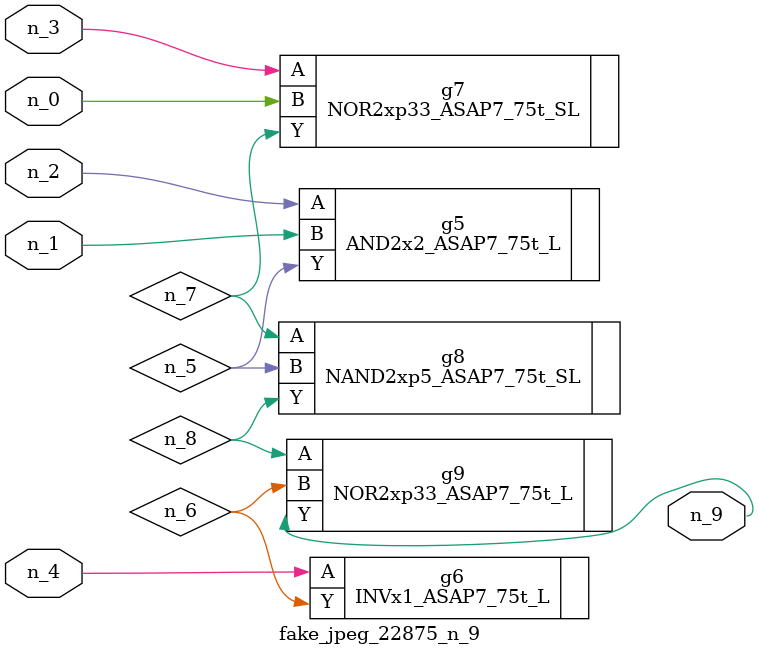
<source format=v>
module fake_jpeg_22875_n_9 (n_3, n_2, n_1, n_0, n_4, n_9);

input n_3;
input n_2;
input n_1;
input n_0;
input n_4;

output n_9;

wire n_8;
wire n_6;
wire n_5;
wire n_7;

AND2x2_ASAP7_75t_L g5 ( 
.A(n_2),
.B(n_1),
.Y(n_5)
);

INVx1_ASAP7_75t_L g6 ( 
.A(n_4),
.Y(n_6)
);

NOR2xp33_ASAP7_75t_SL g7 ( 
.A(n_3),
.B(n_0),
.Y(n_7)
);

NAND2xp5_ASAP7_75t_SL g8 ( 
.A(n_7),
.B(n_5),
.Y(n_8)
);

NOR2xp33_ASAP7_75t_L g9 ( 
.A(n_8),
.B(n_6),
.Y(n_9)
);


endmodule
</source>
